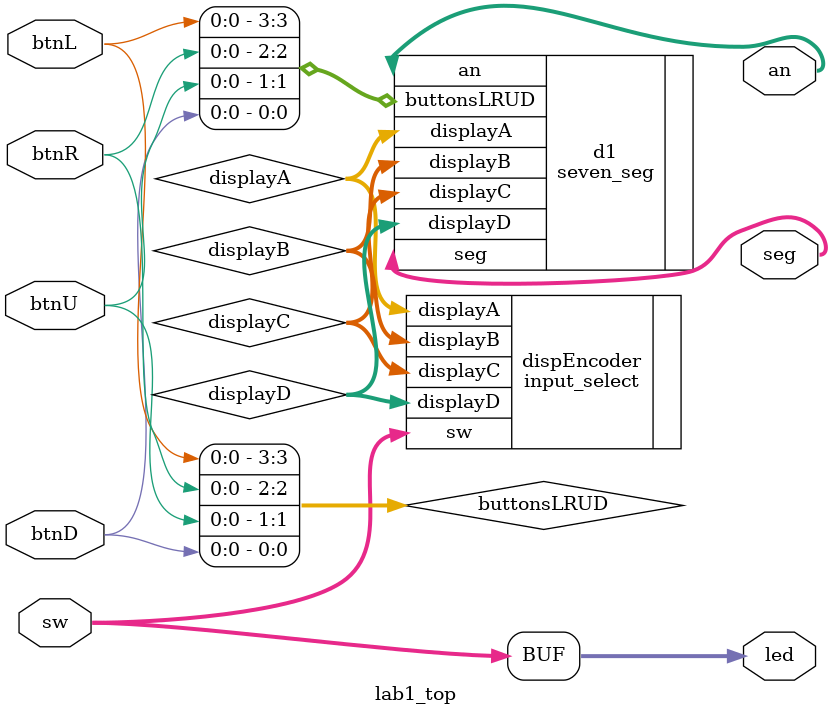
<source format=v>
`timescale 1ns / 1ps


module lab1_top(
    input [15:0] sw,
    input btnL,
    input btnR,
    input btnU,
    input btnD,
    output [3:0] an,
    output [6:0] seg,
    output reg [15:0] led
    );
    
    wire [3:0] displayA;
    wire [3:0] displayB; 
    wire [3:0] displayC; 
    wire [3:0] displayD;
    wire [3:0] buttonsLRUD;
    
    assign buttonsLRUD[3] = btnL;
    assign buttonsLRUD[2] = btnR;
    assign buttonsLRUD[1] = btnU;
    assign buttonsLRUD[0] = btnD;
    
    input_select dispEncoder(.sw(sw), .displayA(displayA), .displayB(displayB), .displayC(displayC), .displayD(displayD));
    
    seven_seg d1 (.displayA(displayA), .displayB(displayB), .displayC(displayC), .displayD(displayD), 
        .buttonsLRUD(buttonsLRUD), .an(an), .seg(seg));
    
    
    always @ (sw) begin
        led = sw;
    end
    
    
endmodule

</source>
